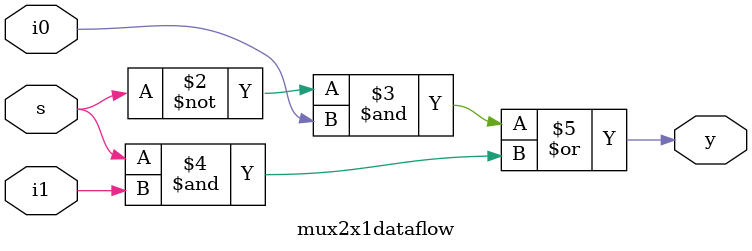
<source format=v>
`timescale 1ns / 1ps


module mux2x1dataflow(
    input s,
    input i0,
    input i1,
    output reg y
    );
    always@(i0 or i1 or s)
    begin 
        y=(~s&i0)|(s&i1);
    end    
    
    
    
endmodule

</source>
